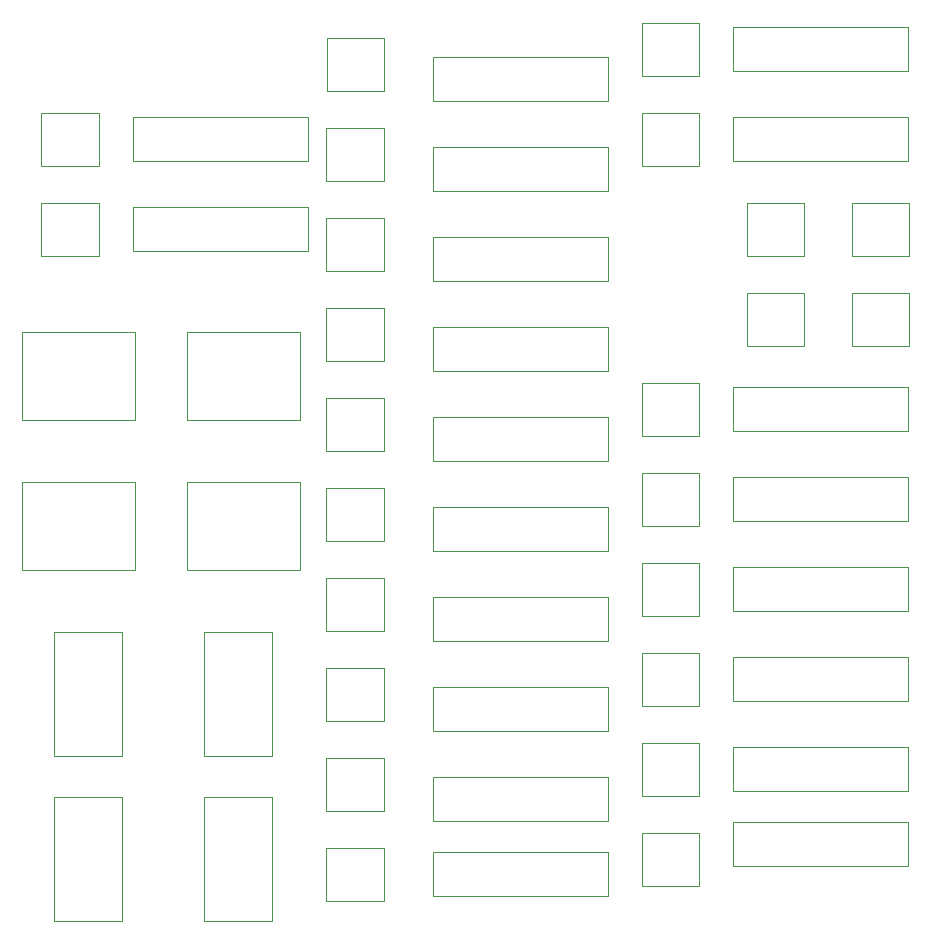
<source format=gbr>
G04 #@! TF.GenerationSoftware,KiCad,Pcbnew,(5.1.5)-3*
G04 #@! TF.CreationDate,2020-04-13T15:09:25+01:00*
G04 #@! TF.ProjectId,TL1,544c312e-6b69-4636-9164-5f7063625858,rev?*
G04 #@! TF.SameCoordinates,Original*
G04 #@! TF.FileFunction,Other,User*
%FSLAX46Y46*%
G04 Gerber Fmt 4.6, Leading zero omitted, Abs format (unit mm)*
G04 Created by KiCad (PCBNEW (5.1.5)-3) date 2020-04-13 15:09:25*
%MOMM*%
%LPD*%
G04 APERTURE LIST*
%ADD10C,0.050000*%
G04 APERTURE END LIST*
D10*
X100440000Y-67020000D02*
X105290000Y-67020000D01*
X100440000Y-62520000D02*
X100440000Y-67020000D01*
X105290000Y-62520000D02*
X100440000Y-62520000D01*
X105290000Y-67020000D02*
X105290000Y-62520000D01*
X100440000Y-59400000D02*
X105290000Y-59400000D01*
X100440000Y-54900000D02*
X100440000Y-59400000D01*
X105290000Y-54900000D02*
X100440000Y-54900000D01*
X105290000Y-59400000D02*
X105290000Y-54900000D01*
X156100000Y-47280000D02*
X151250000Y-47280000D01*
X156100000Y-51780000D02*
X156100000Y-47280000D01*
X151250000Y-51780000D02*
X156100000Y-51780000D01*
X151250000Y-47280000D02*
X151250000Y-51780000D01*
X156100000Y-54900000D02*
X151250000Y-54900000D01*
X156100000Y-59400000D02*
X156100000Y-54900000D01*
X151250000Y-59400000D02*
X156100000Y-59400000D01*
X151250000Y-54900000D02*
X151250000Y-59400000D01*
X101530000Y-123350000D02*
X101530000Y-112850000D01*
X101530000Y-123350000D02*
X107260000Y-123350000D01*
X107260000Y-112850000D02*
X101530000Y-112850000D01*
X107260000Y-112850000D02*
X107260000Y-123350000D01*
X114230000Y-109380000D02*
X114230000Y-98880000D01*
X114230000Y-109380000D02*
X119960000Y-109380000D01*
X119960000Y-98880000D02*
X114230000Y-98880000D01*
X119960000Y-98880000D02*
X119960000Y-109380000D01*
X101530000Y-109380000D02*
X101530000Y-98880000D01*
X101530000Y-109380000D02*
X107260000Y-109380000D01*
X107260000Y-98880000D02*
X101530000Y-98880000D01*
X107260000Y-98880000D02*
X107260000Y-109380000D01*
X114230000Y-123350000D02*
X114230000Y-112850000D01*
X114230000Y-123350000D02*
X119960000Y-123350000D01*
X119960000Y-112850000D02*
X114230000Y-112850000D01*
X119960000Y-112850000D02*
X119960000Y-123350000D01*
X108330000Y-73680000D02*
X108330000Y-80680000D01*
X108080000Y-80930000D02*
X99080000Y-80930000D01*
X98830000Y-80680000D02*
X98830000Y-73680000D01*
X99080000Y-73430000D02*
X108080000Y-73430000D01*
X98830000Y-80930000D02*
X99080000Y-80930000D01*
X98830000Y-80680000D02*
X98830000Y-80930000D01*
X98830000Y-73430000D02*
X99080000Y-73430000D01*
X98830000Y-73680000D02*
X98830000Y-73430000D01*
X108330000Y-73430000D02*
X108330000Y-73680000D01*
X108080000Y-73430000D02*
X108330000Y-73430000D01*
X108330000Y-80930000D02*
X108330000Y-80680000D01*
X108080000Y-80930000D02*
X108330000Y-80930000D01*
X122300000Y-73680000D02*
X122300000Y-80680000D01*
X122050000Y-80930000D02*
X113050000Y-80930000D01*
X112800000Y-80680000D02*
X112800000Y-73680000D01*
X113050000Y-73430000D02*
X122050000Y-73430000D01*
X112800000Y-80930000D02*
X113050000Y-80930000D01*
X112800000Y-80680000D02*
X112800000Y-80930000D01*
X112800000Y-73430000D02*
X113050000Y-73430000D01*
X112800000Y-73680000D02*
X112800000Y-73430000D01*
X122300000Y-73430000D02*
X122300000Y-73680000D01*
X122050000Y-73430000D02*
X122300000Y-73430000D01*
X122300000Y-80930000D02*
X122300000Y-80680000D01*
X122050000Y-80930000D02*
X122300000Y-80930000D01*
X108330000Y-86380000D02*
X108330000Y-93380000D01*
X108080000Y-93630000D02*
X99080000Y-93630000D01*
X98830000Y-93380000D02*
X98830000Y-86380000D01*
X99080000Y-86130000D02*
X108080000Y-86130000D01*
X98830000Y-93630000D02*
X99080000Y-93630000D01*
X98830000Y-93380000D02*
X98830000Y-93630000D01*
X98830000Y-86130000D02*
X99080000Y-86130000D01*
X98830000Y-86380000D02*
X98830000Y-86130000D01*
X108330000Y-86130000D02*
X108330000Y-86380000D01*
X108080000Y-86130000D02*
X108330000Y-86130000D01*
X108330000Y-93630000D02*
X108330000Y-93380000D01*
X108080000Y-93630000D02*
X108330000Y-93630000D01*
X122300000Y-86380000D02*
X122300000Y-93380000D01*
X122050000Y-93630000D02*
X113050000Y-93630000D01*
X112800000Y-93380000D02*
X112800000Y-86380000D01*
X113050000Y-86130000D02*
X122050000Y-86130000D01*
X112800000Y-93630000D02*
X113050000Y-93630000D01*
X112800000Y-93380000D02*
X112800000Y-93630000D01*
X112800000Y-86130000D02*
X113050000Y-86130000D01*
X112800000Y-86380000D02*
X112800000Y-86130000D01*
X122300000Y-86130000D02*
X122300000Y-86380000D01*
X122050000Y-86130000D02*
X122300000Y-86130000D01*
X122300000Y-93630000D02*
X122300000Y-93380000D01*
X122050000Y-93630000D02*
X122300000Y-93630000D01*
X124570000Y-106390000D02*
X129420000Y-106390000D01*
X124570000Y-101890000D02*
X124570000Y-106390000D01*
X129420000Y-101890000D02*
X124570000Y-101890000D01*
X129420000Y-106390000D02*
X129420000Y-101890000D01*
X124570000Y-75910000D02*
X129420000Y-75910000D01*
X124570000Y-71410000D02*
X124570000Y-75910000D01*
X129420000Y-71410000D02*
X124570000Y-71410000D01*
X129420000Y-75910000D02*
X129420000Y-71410000D01*
X124570000Y-68290000D02*
X129420000Y-68290000D01*
X124570000Y-63790000D02*
X124570000Y-68290000D01*
X129420000Y-63790000D02*
X124570000Y-63790000D01*
X129420000Y-68290000D02*
X129420000Y-63790000D01*
X124570000Y-60670000D02*
X129420000Y-60670000D01*
X124570000Y-56170000D02*
X124570000Y-60670000D01*
X129420000Y-56170000D02*
X124570000Y-56170000D01*
X129420000Y-60670000D02*
X129420000Y-56170000D01*
X129430000Y-48550000D02*
X124580000Y-48550000D01*
X129430000Y-53050000D02*
X129430000Y-48550000D01*
X124580000Y-53050000D02*
X129430000Y-53050000D01*
X124580000Y-48550000D02*
X124580000Y-53050000D01*
X124570000Y-98770000D02*
X129420000Y-98770000D01*
X124570000Y-94270000D02*
X124570000Y-98770000D01*
X129420000Y-94270000D02*
X124570000Y-94270000D01*
X129420000Y-98770000D02*
X129420000Y-94270000D01*
X124570000Y-91150000D02*
X129420000Y-91150000D01*
X124570000Y-86650000D02*
X124570000Y-91150000D01*
X129420000Y-86650000D02*
X124570000Y-86650000D01*
X129420000Y-91150000D02*
X129420000Y-86650000D01*
X124570000Y-83530000D02*
X129420000Y-83530000D01*
X124570000Y-79030000D02*
X124570000Y-83530000D01*
X129420000Y-79030000D02*
X124570000Y-79030000D01*
X129420000Y-83530000D02*
X129420000Y-79030000D01*
X156100000Y-100620000D02*
X151250000Y-100620000D01*
X156100000Y-105120000D02*
X156100000Y-100620000D01*
X151250000Y-105120000D02*
X156100000Y-105120000D01*
X151250000Y-100620000D02*
X151250000Y-105120000D01*
X156100000Y-93000000D02*
X151250000Y-93000000D01*
X156100000Y-97500000D02*
X156100000Y-93000000D01*
X151250000Y-97500000D02*
X156100000Y-97500000D01*
X151250000Y-93000000D02*
X151250000Y-97500000D01*
X156100000Y-85380000D02*
X151250000Y-85380000D01*
X156100000Y-89880000D02*
X156100000Y-85380000D01*
X151250000Y-89880000D02*
X156100000Y-89880000D01*
X151250000Y-85380000D02*
X151250000Y-89880000D01*
X156100000Y-77760000D02*
X151250000Y-77760000D01*
X156100000Y-82260000D02*
X156100000Y-77760000D01*
X151250000Y-82260000D02*
X156100000Y-82260000D01*
X151250000Y-77760000D02*
X151250000Y-82260000D01*
X108170000Y-66620000D02*
X122970000Y-66620000D01*
X108170000Y-62920000D02*
X108170000Y-66620000D01*
X122970000Y-62920000D02*
X108170000Y-62920000D01*
X122970000Y-66620000D02*
X122970000Y-62920000D01*
X108170000Y-59000000D02*
X122970000Y-59000000D01*
X108170000Y-55300000D02*
X108170000Y-59000000D01*
X122970000Y-55300000D02*
X108170000Y-55300000D01*
X122970000Y-59000000D02*
X122970000Y-55300000D01*
X158970000Y-51380000D02*
X173770000Y-51380000D01*
X158970000Y-47680000D02*
X158970000Y-51380000D01*
X173770000Y-47680000D02*
X158970000Y-47680000D01*
X173770000Y-51380000D02*
X173770000Y-47680000D01*
X158970000Y-59000000D02*
X173770000Y-59000000D01*
X158970000Y-55300000D02*
X158970000Y-59000000D01*
X173770000Y-55300000D02*
X158970000Y-55300000D01*
X173770000Y-59000000D02*
X173770000Y-55300000D01*
X133570000Y-107260000D02*
X148370000Y-107260000D01*
X133570000Y-103560000D02*
X133570000Y-107260000D01*
X148370000Y-103560000D02*
X133570000Y-103560000D01*
X148370000Y-107260000D02*
X148370000Y-103560000D01*
X133570000Y-99640000D02*
X148370000Y-99640000D01*
X133570000Y-95940000D02*
X133570000Y-99640000D01*
X148370000Y-95940000D02*
X133570000Y-95940000D01*
X148370000Y-99640000D02*
X148370000Y-95940000D01*
X133570000Y-92020000D02*
X148370000Y-92020000D01*
X133570000Y-88320000D02*
X133570000Y-92020000D01*
X148370000Y-88320000D02*
X133570000Y-88320000D01*
X148370000Y-92020000D02*
X148370000Y-88320000D01*
X133570000Y-84400000D02*
X148370000Y-84400000D01*
X133570000Y-80700000D02*
X133570000Y-84400000D01*
X148370000Y-80700000D02*
X133570000Y-80700000D01*
X148370000Y-84400000D02*
X148370000Y-80700000D01*
X133570000Y-76780000D02*
X148370000Y-76780000D01*
X133570000Y-73080000D02*
X133570000Y-76780000D01*
X148370000Y-73080000D02*
X133570000Y-73080000D01*
X148370000Y-76780000D02*
X148370000Y-73080000D01*
X133570000Y-69160000D02*
X148370000Y-69160000D01*
X133570000Y-65460000D02*
X133570000Y-69160000D01*
X148370000Y-65460000D02*
X133570000Y-65460000D01*
X148370000Y-69160000D02*
X148370000Y-65460000D01*
X133570000Y-61540000D02*
X148370000Y-61540000D01*
X133570000Y-57840000D02*
X133570000Y-61540000D01*
X148370000Y-57840000D02*
X133570000Y-57840000D01*
X148370000Y-61540000D02*
X148370000Y-57840000D01*
X133570000Y-53920000D02*
X148370000Y-53920000D01*
X133570000Y-50220000D02*
X133570000Y-53920000D01*
X148370000Y-50220000D02*
X133570000Y-50220000D01*
X148370000Y-53920000D02*
X148370000Y-50220000D01*
X158970000Y-118690000D02*
X173770000Y-118690000D01*
X158970000Y-114990000D02*
X158970000Y-118690000D01*
X173770000Y-114990000D02*
X158970000Y-114990000D01*
X173770000Y-118690000D02*
X173770000Y-114990000D01*
X158970000Y-112340000D02*
X173770000Y-112340000D01*
X158970000Y-108640000D02*
X158970000Y-112340000D01*
X173770000Y-108640000D02*
X158970000Y-108640000D01*
X173770000Y-112340000D02*
X173770000Y-108640000D01*
X133570000Y-121230000D02*
X148370000Y-121230000D01*
X133570000Y-117530000D02*
X133570000Y-121230000D01*
X148370000Y-117530000D02*
X133570000Y-117530000D01*
X148370000Y-121230000D02*
X148370000Y-117530000D01*
X133570000Y-114880000D02*
X148370000Y-114880000D01*
X133570000Y-111180000D02*
X133570000Y-114880000D01*
X148370000Y-111180000D02*
X133570000Y-111180000D01*
X148370000Y-114880000D02*
X148370000Y-111180000D01*
X158970000Y-104720000D02*
X173770000Y-104720000D01*
X158970000Y-101020000D02*
X158970000Y-104720000D01*
X173770000Y-101020000D02*
X158970000Y-101020000D01*
X173770000Y-104720000D02*
X173770000Y-101020000D01*
X158970000Y-97100000D02*
X173770000Y-97100000D01*
X158970000Y-93400000D02*
X158970000Y-97100000D01*
X173770000Y-93400000D02*
X158970000Y-93400000D01*
X173770000Y-97100000D02*
X173770000Y-93400000D01*
X158970000Y-89480000D02*
X173770000Y-89480000D01*
X158970000Y-85780000D02*
X158970000Y-89480000D01*
X173770000Y-85780000D02*
X158970000Y-85780000D01*
X173770000Y-89480000D02*
X173770000Y-85780000D01*
X158970000Y-81860000D02*
X173770000Y-81860000D01*
X158970000Y-78160000D02*
X158970000Y-81860000D01*
X173770000Y-78160000D02*
X158970000Y-78160000D01*
X173770000Y-81860000D02*
X173770000Y-78160000D01*
X173880000Y-70140000D02*
X169030000Y-70140000D01*
X173880000Y-74640000D02*
X173880000Y-70140000D01*
X169030000Y-74640000D02*
X173880000Y-74640000D01*
X169030000Y-70140000D02*
X169030000Y-74640000D01*
X173880000Y-62520000D02*
X169030000Y-62520000D01*
X173880000Y-67020000D02*
X173880000Y-62520000D01*
X169030000Y-67020000D02*
X173880000Y-67020000D01*
X169030000Y-62520000D02*
X169030000Y-67020000D01*
X164990000Y-70140000D02*
X160140000Y-70140000D01*
X164990000Y-74640000D02*
X164990000Y-70140000D01*
X160140000Y-74640000D02*
X164990000Y-74640000D01*
X160140000Y-70140000D02*
X160140000Y-74640000D01*
X164990000Y-62520000D02*
X160140000Y-62520000D01*
X164990000Y-67020000D02*
X164990000Y-62520000D01*
X160140000Y-67020000D02*
X164990000Y-67020000D01*
X160140000Y-62520000D02*
X160140000Y-67020000D01*
X156100000Y-115860000D02*
X151250000Y-115860000D01*
X156100000Y-120360000D02*
X156100000Y-115860000D01*
X151250000Y-120360000D02*
X156100000Y-120360000D01*
X151250000Y-115860000D02*
X151250000Y-120360000D01*
X156100000Y-108240000D02*
X151250000Y-108240000D01*
X156100000Y-112740000D02*
X156100000Y-108240000D01*
X151250000Y-112740000D02*
X156100000Y-112740000D01*
X151250000Y-108240000D02*
X151250000Y-112740000D01*
X124570000Y-121630000D02*
X129420000Y-121630000D01*
X124570000Y-117130000D02*
X124570000Y-121630000D01*
X129420000Y-117130000D02*
X124570000Y-117130000D01*
X129420000Y-121630000D02*
X129420000Y-117130000D01*
X124570000Y-114010000D02*
X129420000Y-114010000D01*
X124570000Y-109510000D02*
X124570000Y-114010000D01*
X129420000Y-109510000D02*
X124570000Y-109510000D01*
X129420000Y-114010000D02*
X129420000Y-109510000D01*
M02*

</source>
